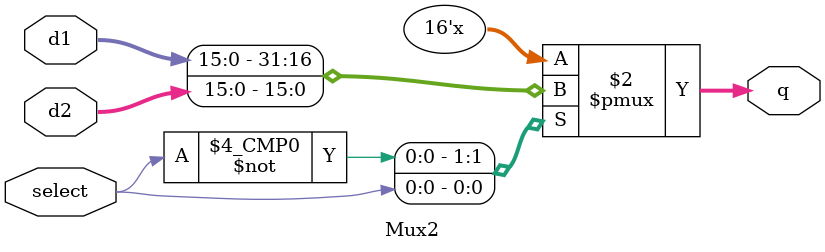
<source format=v>

module DFF #(parameter W = 16)
(
  input              clk,
  input      [W-1:0] d_p,
  input              en_p,
  output reg [W-1:0] q_np
);   

  always @(posedge clk)
    if (en_p) q_np <= d_p;
endmodule

module RDFF #(parameter W = 1, parameter RESET_VALUE = 0)
(
  input              clk,
  input              reset,
  input      [W-1:0] d,
  output reg [W-1:0] q
);   

  always @(posedge clk)
    if (reset)
      q <= RESET_VALUE;
    else
      q <= d;
endmodule

module Mux3 #(parameter W = 16)(d1, d2, d3, select, q);

input [W-1:0] d1;
input [W-1:0] d2;
input [W-1:0] d3;
input [1:0] select;
output [W-1:0] q;

reg [W-1:0] q;
wire [1:0] select;
wire [W-1:0] d1, d2, d3;

always @(select or d1 or d2 or d3)
begin
   if (select == 0)
      q = d1;
   if (select == 2'b01)
      q = d2;
   if (select == 2'b10)
      q = d3;
end
endmodule

module Mux2 #(parameter W = 16)(d1, d2, select, q);

input [W-1:0] d1, d2;
input select;
output [W-1:0] q;

reg [W-1:0] q;
wire select;
wire [W-1:0] d1, d2;

always @(select or d1 or d2)
begin
   case (select)
       0 : q = d1;
       1 : q = d2;
   endcase
end
endmodule
</source>
